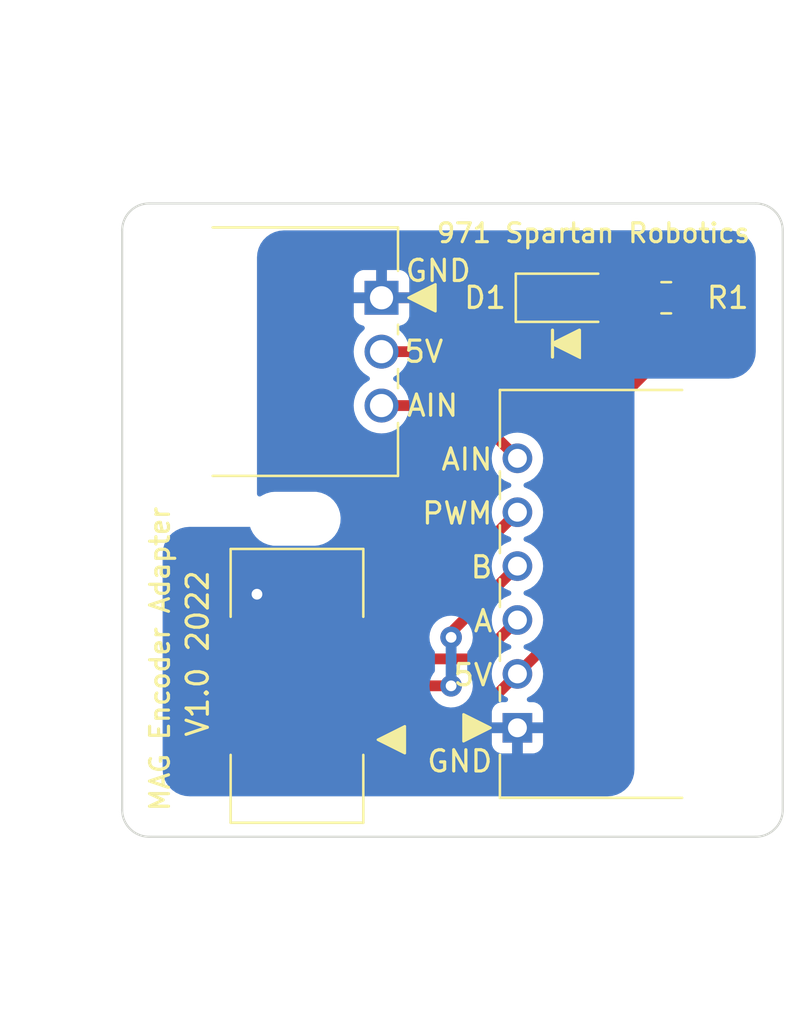
<source format=kicad_pcb>
(kicad_pcb (version 20211014) (generator pcbnew)
  (layers (0 "F.Cu" signal) (31 "B.Cu" signal) (34 "B.Paste" user) (35 "F.Paste" user) (36 "B.SilkS" user "B.Silkscreen") (37 "F.SilkS" user "F.Silkscreen") (38 "B.Mask" user) (39 "F.Mask" user) (44 "Edge.Cuts" user))
  (net 0 "")
  (net 1 "GND")
  (net 2 "Net-(D1-Pad2)")
  (net 4 "+5V")
  (net 7 "/B")
  (net 9 "/A")
  (net 11 "/PWM")
  (net 12 "/AIN")
  (footprint "MAG-encoder:70555-0002" (layer "F.Cu") (at 167.156451 104.14 -90)
    (fp_text reference "J2" hide)
    (fp_text value "POT" hide)
    (fp_line (start 1.715623 -0.777) (end 1.27 -0.777) (layer "F.SilkS") (width 0.12))
    (fp_line (start -3.3147 -0.777) (end -3.3147 7.95205) (layer "F.SilkS") (width 0.12))
    (fp_line (start 4.255623 -0.777) (end 3.364377 -0.777) (layer "F.SilkS") (width 0.12))
    (fp_line (start -1.27 -0.777) (end -3.3147 -0.777) (layer "F.SilkS") (width 0.12))
    (fp_line (start 8.3947 -0.777) (end 5.904377 -0.777) (layer "F.SilkS") (width 0.12))
    (fp_line (start 8.3947 7.95205) (end 8.3947 -0.777) (layer "F.SilkS") (width 0.12))
    (fp_poly (pts (xy 0 -1.27) (xy -0.635 -2.54) (xy 0.635 -2.54)) (layer "F.SilkS") (width 0.12) (fill solid))
    (pad "" np_thru_hole circle locked (at 6.48 8.640001 270) (size 3.4036 3.4036) (drill 3.4036) (layers *.Cu *.Mask))
    (pad "" np_thru_hole circle locked (at -1.4 8.640001 270) (size 3.4036 3.4036) (drill 3.4036) (layers *.Cu *.Mask))
    (pad "1" thru_hole rect locked (at 0 0 270) (size 1.6002 1.6002) (drill 1.0922) (layers *.Cu *.Mask) (net 1 "GND"))
    (pad "2" thru_hole circle locked (at 2.54 0 270) (size 1.6002 1.6002) (drill 1.0922) (layers *.Cu *.Mask) (net 4 "+5V"))
    (pad "3" thru_hole circle locked (at 5.08 0 270) (size 1.6002 1.6002) (drill 1.0922) (layers *.Cu *.Mask) (net 12 "/AIN"))
  )
  (footprint "MAG-encoder:ziptie" (layer "F.Cu") (at 163.068 114.554)
    (fp_text reference "REF**" hide)
    (fp_text value "ziptie")
    (pad "" np_thru_hole oval (at 0 0) (size 3.302 1.524) (drill oval 3.302 1.524) (layers F&B.Cu *.Mask))
  )
  (footprint "Resistor_SMD:R_0805_2012Metric" (layer "F.Cu") (at 180.5675 104.14)
    (fp_text reference "R1" (at 2.8975 0) (layer "F.SilkS"))
    (fp_text value "2.0k 1%" hide)
    (fp_line (start -0.227064 0.735) (end 0.227064 0.735) (layer "F.SilkS") (width 0.12))
    (fp_line (start -0.227064 -0.735) (end 0.227064 -0.735) (layer "F.SilkS") (width 0.12))
    (pad "1" smd roundrect (at -0.9125 0) (size 1.025 1.4) (layers "F.Cu" "F.Paste" "F.Mask") (roundrect_rratio 0.243902) (net 2 "Net-(D1-Pad2)"))
    (pad "2" smd roundrect (at 0.9125 0) (size 1.025 1.4) (layers "F.Cu" "F.Paste" "F.Mask") (roundrect_rratio 0.243902) (net 4 "+5V"))
  )
  (footprint "MAG-encoder:0705550005" (layer "F.Cu") (at 173.558 124.4055 90)
    (fp_text reference "J3" hide)
    (fp_text value "RIO" hide)
    (fp_line (start 4.461934 -0.8255) (end 3.158066 -0.8255) (layer "F.SilkS") (width 0.12))
    (fp_line (start -3.302 -0.8255) (end -3.302 7.756528) (layer "F.SilkS") (width 0.12))
    (fp_line (start -1.27 -0.8255) (end -3.302 -0.8255) (layer "F.SilkS") (width 0.12))
    (fp_line (start 9.541934 -0.8255) (end 8.238066 -0.8255) (layer "F.SilkS") (width 0.12))
    (fp_line (start 7.001934 -0.8255) (end 5.698066 -0.8255) (layer "F.SilkS") (width 0.12))
    (fp_line (start 15.92 7.756528) (end 15.92 -0.8255) (layer "F.SilkS") (width 0.12))
    (fp_line (start 1.921934 -0.8255) (end 1.27 -0.8255) (layer "F.SilkS") (width 0.12))
    (fp_line (start 15.92 -0.8255) (end 13.236066 -0.8255) (layer "F.SilkS") (width 0.12))
    (fp_line (start 12.081934 -0.8255) (end 10.778066 -0.8255) (layer "F.SilkS") (width 0.12))
    (fp_poly (pts (xy 0 -1.27) (xy -0.635 -2.54) (xy 0.635 -2.54)) (layer "F.SilkS") (width 0.12) (fill solid))
    (pad "" np_thru_hole circle locked (at -1.397 8.4709 180) (size 3.4036 3.4036) (drill 3.4036) (layers F&B.Cu *.Mask))
    (pad "" np_thru_hole circle locked (at 14.097 8.4709 180) (size 3.4036 3.4036) (drill 3.4036) (layers F&B.Cu *.Mask))
    (pad "1" thru_hole rect locked (at 0 0 90) (size 1.397 1.397) (drill 0.889) (layers *.Cu *.Mask) (net 1 "GND"))
    (pad "2" thru_hole circle locked (at 2.54 0 90) (size 1.397 1.397) (drill 0.889) (layers *.Cu *.Mask) (net 4 "+5V"))
    (pad "3" thru_hole circle locked (at 5.08 0 90) (size 1.397 1.397) (drill 0.889) (layers *.Cu *.Mask) (net 9 "/A"))
    (pad "4" thru_hole circle locked (at 7.62 0 90) (size 1.397 1.397) (drill 0.889) (layers *.Cu *.Mask) (net 7 "/B"))
    (pad "5" thru_hole circle locked (at 10.16 0 90) (size 1.397 1.397) (drill 0.889) (layers *.Cu *.Mask) (net 11 "/PWM"))
    (pad "6" thru_hole circle locked (at 12.7 0 90) (size 1.397 1.397) (drill 0.889) (layers *.Cu *.Mask) (net 12 "/AIN"))
  )
  (footprint "LED_SMD:LED_1206_3216Metric" (layer "F.Cu") (at 175.765 104.14)
    (fp_text reference "D1" (at -3.73 0) (layer "F.SilkS"))
    (fp_text value "LED" hide)
    (fp_line (start 1.6 -1.135) (end -2.285 -1.135) (layer "F.SilkS") (width 0.12))
    (fp_line (start -2.285 1.135) (end 1.6 1.135) (layer "F.SilkS") (width 0.12))
    (fp_line (start -2.285 -1.135) (end -2.285 1.135) (layer "F.SilkS") (width 0.12))
    (pad "1" smd roundrect (at -1.4 0) (size 1.25 1.75) (layers "F.Cu" "F.Paste" "F.Mask") (roundrect_rratio 0.2) (net 1 "GND"))
    (pad "2" smd roundrect (at 1.4 0) (size 1.25 1.75) (layers "F.Cu" "F.Paste" "F.Mask") (roundrect_rratio 0.2) (net 2 "Net-(D1-Pad2)"))
  )
  (footprint "MAG-encoder:20021521-00010T1LF" (layer "F.Cu") (at 163.174401 122.428 90)
    (fp_text reference locked "J1" hide)
    (fp_text value "Mag-encoder" hide)
    (fp_line (start -3.25374 -3.1242) (end -6.4516 -3.1242) (layer "F.SilkS") (width 0.12))
    (fp_line (start 6.4516 3.1242) (end 6.4516 -3.1242) (layer "F.SilkS") (width 0.12))
    (fp_line (start -6.4516 3.1242) (end -3.25374 3.1242) (layer "F.SilkS") (width 0.12))
    (fp_line (start 6.4516 -3.1242) (end 3.25374 -3.1242) (layer "F.SilkS") (width 0.12))
    (fp_line (start 3.25374 3.1242) (end 6.4516 3.1242) (layer "F.SilkS") (width 0.12))
    (fp_line (start -6.4516 -3.1242) (end -6.4516 3.1242) (layer "F.SilkS") (width 0.12))
    (fp_poly (pts (xy -1.905 5.08) (xy -3.175 5.08) (xy -2.54 3.81)) (layer "F.SilkS") (width 0.12) (fill solid))
    (pad "1" smd rect locked (at -2.54 1.950001 90) (size 0.762 2.3876) (layers "F.Cu" "F.Paste" "F.Mask"))
    (pad "2" smd rect locked (at -2.54 -1.950001 90) (size 0.762 2.3876) (layers "F.Cu" "F.Paste" "F.Mask") (net 4 "+5V"))
    (pad "3" smd rect locked (at -1.27 1.950001 90) (size 0.762 2.3876) (layers "F.Cu" "F.Paste" "F.Mask"))
    (pad "4" smd rect locked (at -1.27 -1.950001 90) (size 0.762 2.3876) (layers "F.Cu" "F.Paste" "F.Mask"))
    (pad "5" smd rect locked (at 0 1.950001 90) (size 0.762 2.3876) (layers "F.Cu" "F.Paste" "F.Mask") (net 7 "/B"))
    (pad "6" smd rect locked (at 0 -1.950001 90) (size 0.762 2.3876) (layers "F.Cu" "F.Paste" "F.Mask"))
    (pad "7" smd rect locked (at 1.27 1.950001 90) (size 0.762 2.3876) (layers "F.Cu" "F.Paste" "F.Mask") (net 9 "/A"))
    (pad "8" smd rect locked (at 1.27 -1.950001 90) (size 0.762 2.3876) (layers "F.Cu" "F.Paste" "F.Mask"))
    (pad "9" smd rect locked (at 2.54 1.950001 90) (size 0.762 2.3876) (layers "F.Cu" "F.Paste" "F.Mask") (net 11 "/PWM"))
    (pad "10" smd rect locked (at 2.54 -1.950001 90) (size 0.762 2.3876) (layers "F.Cu" "F.Paste" "F.Mask") (net 1 "GND"))
  )
  (gr_poly (pts (xy 175.21 106.299) (xy 176.48 105.664) (xy 176.48 106.934)) (layer "F.SilkS") (width 0.15) (fill solid))
  (gr_line (start 175.21 105.664) (end 175.21 106.934) (layer "F.SilkS") (width 0.15))
  (gr_line (start 154.94 100.965) (end 154.94 128.27) (layer "Edge.Cuts") (width 0.1))
  (gr_arc (start 184.785 99.695) (mid 185.683026 100.066974) (end 186.055 100.965) (layer "Edge.Cuts") (width 0.1))
  (gr_line (start 186.055 128.27) (end 186.055 100.965) (layer "Edge.Cuts") (width 0.1))
  (gr_line (start 184.785 99.695) (end 156.21 99.695) (layer "Edge.Cuts") (width 0.1))
  (gr_arc (start 186.055 128.27) (mid 185.683026 129.168026) (end 184.785 129.54) (layer "Edge.Cuts") (width 0.1))
  (gr_arc (start 156.21 129.54) (mid 155.311974 129.168026) (end 154.94 128.27) (layer "Edge.Cuts") (width 0.1))
  (gr_line (start 156.21 129.54) (end 184.785 129.54) (layer "Edge.Cuts") (width 0.1))
  (gr_arc (start 154.94 100.965) (mid 155.311974 100.066974) (end 156.21 99.695) (layer "Edge.Cuts") (width 0.1))
  (gr_text "V1.0 2022" (at 158.496 120.904 90) (layer "F.SilkS") (effects (font (size 1 1))))
  (gr_text "5V" (at 172.466 121.92) (layer "F.SilkS") (effects (font (size 1 1)) (justify right)))
  (gr_text "B" (at 172.466 116.84) (layer "F.SilkS") (effects (font (size 1 1)) (justify right)))
  (gr_text "GND" (at 172.466 125.984) (layer "F.SilkS") (effects (font (size 1 1)) (justify right)))
  (gr_text "971 Spartan Robotics" (at 169.672 101.092) (layer "F.SilkS") (effects (font (size 0.889 0.889)) (justify left)))
  (gr_text "PWM" (at 172.466 114.3) (layer "F.SilkS") (effects (font (size 1 1)) (justify right)))
  (gr_text "5V" (at 168.148 106.68) (layer "F.SilkS") (effects (font (size 1 1)) (justify left)))
  (gr_text "AIN" (at 172.466 111.76) (layer "F.SilkS") (effects (font (size 1 1)) (justify right)))
  (gr_text "MAG Encoder Adapter" (at 156.718 121.158 90) (layer "F.SilkS") (effects (font (size 0.889 0.889))))
  (gr_text "AIN" (at 168.275 109.22) (layer "F.SilkS") (effects (font (size 1 1)) (justify left)))
  (gr_text "A" (at 172.466 119.38) (layer "F.SilkS") (effects (font (size 1 1)) (justify right)))
  (gr_text "GND" (at 171.45 102.87) (layer "F.SilkS") (effects (font (size 1 1)) (justify right)))
  (segment (start 161.2244 118.1756) (end 161.29 118.11) (width 0.508) (layer "F.Cu") (net 1))
  (segment (start 167.156451 104.14) (end 174.365 104.14) (width 0.508) (layer "F.Cu") (net 1))
  (segment (start 161.2244 119.888) (end 161.2244 118.1756) (width 0.508) (layer "F.Cu") (net 1))
  (via (at 161.29 118.11) (size 1.016) (drill 0.508) (layers "F.Cu" "B.Cu") (net 1))
  (segment (start 177.165 104.14) (end 179.655 104.14) (width 0.508) (layer "F.Cu") (net 2))
  (segment (start 182.245 107.442) (end 179.832 107.442) (width 0.508) (layer "F.Cu") (net 4))
  (segment (start 176.022 111.252) (end 176.022 119.4015) (width 0.508) (layer "F.Cu") (net 4))
  (segment (start 182.626 104.14) (end 183.134 104.648) (width 0.508) (layer "F.Cu") (net 4))
  (segment (start 161.2244 126.1724) (end 161.544 126.492) (width 0.508) (layer "F.Cu") (net 4))
  (segment (start 183.134 106.553) (end 182.245 107.442) (width 0.508) (layer "F.Cu") (net 4))
  (segment (start 161.544 126.492) (end 168.9315 126.492) (width 0.508) (layer "F.Cu") (net 4))
  (segment (start 161.2244 124.968) (end 161.2244 126.1724) (width 0.508) (layer "F.Cu") (net 4))
  (segment (start 171.45 106.68) (end 176.022 111.252) (width 0.508) (layer "F.Cu") (net 4))
  (segment (start 168.9315 126.492) (end 173.558 121.8655) (width 0.508) (layer "F.Cu") (net 4))
  (segment (start 179.832 107.442) (end 176.022 111.252) (width 0.508) (layer "F.Cu") (net 4))
  (segment (start 183.134 104.648) (end 183.134 106.553) (width 0.508) (layer "F.Cu") (net 4))
  (segment (start 176.022 119.4015) (end 173.558 121.8655) (width 0.508) (layer "F.Cu") (net 4))
  (segment (start 167.156451 106.68) (end 171.45 106.68) (width 0.508) (layer "F.Cu") (net 4))
  (segment (start 181.48 104.14) (end 182.626 104.14) (width 0.508) (layer "F.Cu") (net 4))
  (segment (start 170.434 119.9095) (end 173.558 116.7855) (width 0.508) (layer "F.Cu") (net 7))
  (segment (start 170.434 120.142) (end 170.434 119.9095) (width 0.508) (layer "F.Cu") (net 7))
  (segment (start 165.124402 122.428) (end 170.434 122.428) (width 0.508) (layer "F.Cu") (net 7))
  (via (at 170.434 120.142) (size 1.016) (drill 0.508) (layers "F.Cu" "B.Cu") (net 7))
  (via (at 170.434 122.428) (size 1.016) (drill 0.508) (layers "F.Cu" "B.Cu") (net 7))
  (segment (start 170.434 122.428) (end 170.434 120.142) (width 0.508) (layer "B.Cu") (net 7))
  (segment (start 165.124402 121.158) (end 171.7255 121.158) (width 0.508) (layer "F.Cu") (net 9))
  (segment (start 171.7255 121.158) (end 173.558 119.3255) (width 0.508) (layer "F.Cu") (net 9))
  (segment (start 165.124402 119.888) (end 167.9155 119.888) (width 0.508) (layer "F.Cu") (net 11))
  (segment (start 167.9155 119.888) (end 173.558 114.2455) (width 0.508) (layer "F.Cu") (net 11))
  (segment (start 171.0725 109.22) (end 173.558 111.7055) (width 0.508) (layer "F.Cu") (net 12))
  (segment (start 167.156451 109.22) (end 171.0725 109.22) (width 0.508) (layer "F.Cu") (net 12))
  (zone locked (net 1) (net_name "GND") (layer "B.Cu") (connect_pads (clearance 0.508)) (min_thickness 0.254) (fill yes (thermal_gap 0.508) (thermal_bridge_width 0.508) (smoothing fillet) (radius 1.27))
    (polygon (pts (xy 184.785 107.95) (xy 176.53 107.95) (xy 176.53 100.965) (xy 184.785 100.965)))
  )
  (zone locked (net 1) (net_name "GND") (layer "B.Cu") (connect_pads (clearance 0.508)) (min_thickness 0.254) (fill yes (thermal_gap 0.508) (thermal_bridge_width 0.508) (smoothing fillet) (radius 1.27))
    (polygon (pts (xy 179.07 106.045) (xy 179.07 127.635) (xy 156.845 127.635) (xy 156.845 114.935) (xy 161.29 114.935) (xy 161.29 100.965) (xy 179.07 100.965)))
  )
)
</source>
